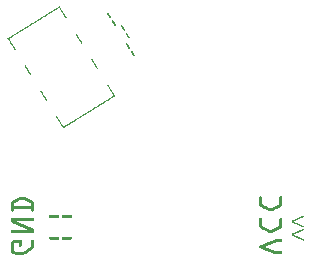
<source format=gbo>
G04 MADE WITH FRITZING*
G04 WWW.FRITZING.ORG*
G04 DOUBLE SIDED*
G04 HOLES PLATED*
G04 CONTOUR ON CENTER OF CONTOUR VECTOR*
%ASAXBY*%
%FSLAX23Y23*%
%MOIN*%
%OFA0B0*%
%SFA1.0B1.0*%
%ADD10R,0.001000X0.001000*%
%LNSILK0*%
G90*
G70*
G54D10*
X670Y1576D02*
X671Y1576D01*
X669Y1575D02*
X672Y1575D01*
X667Y1574D02*
X672Y1574D01*
X666Y1573D02*
X673Y1573D01*
X664Y1572D02*
X674Y1572D01*
X662Y1571D02*
X674Y1571D01*
X661Y1570D02*
X667Y1570D01*
X671Y1570D02*
X675Y1570D01*
X659Y1569D02*
X666Y1569D01*
X672Y1569D02*
X675Y1569D01*
X657Y1568D02*
X664Y1568D01*
X672Y1568D02*
X676Y1568D01*
X656Y1567D02*
X662Y1567D01*
X673Y1567D02*
X677Y1567D01*
X654Y1566D02*
X661Y1566D01*
X674Y1566D02*
X677Y1566D01*
X653Y1565D02*
X659Y1565D01*
X674Y1565D02*
X678Y1565D01*
X651Y1564D02*
X658Y1564D01*
X675Y1564D02*
X678Y1564D01*
X649Y1563D02*
X656Y1563D01*
X675Y1563D02*
X679Y1563D01*
X648Y1562D02*
X654Y1562D01*
X676Y1562D02*
X680Y1562D01*
X646Y1561D02*
X653Y1561D01*
X677Y1561D02*
X680Y1561D01*
X645Y1560D02*
X651Y1560D01*
X677Y1560D02*
X681Y1560D01*
X643Y1559D02*
X650Y1559D01*
X678Y1559D02*
X682Y1559D01*
X641Y1558D02*
X648Y1558D01*
X679Y1558D02*
X682Y1558D01*
X640Y1557D02*
X646Y1557D01*
X679Y1557D02*
X683Y1557D01*
X638Y1556D02*
X645Y1556D01*
X680Y1556D02*
X683Y1556D01*
X636Y1555D02*
X643Y1555D01*
X680Y1555D02*
X684Y1555D01*
X831Y1555D02*
X834Y1555D01*
X635Y1554D02*
X641Y1554D01*
X681Y1554D02*
X685Y1554D01*
X830Y1554D02*
X834Y1554D01*
X633Y1553D02*
X640Y1553D01*
X682Y1553D02*
X685Y1553D01*
X829Y1553D02*
X835Y1553D01*
X632Y1552D02*
X638Y1552D01*
X682Y1552D02*
X686Y1552D01*
X830Y1552D02*
X836Y1552D01*
X630Y1551D02*
X637Y1551D01*
X683Y1551D02*
X687Y1551D01*
X830Y1551D02*
X836Y1551D01*
X628Y1550D02*
X635Y1550D01*
X683Y1550D02*
X687Y1550D01*
X831Y1550D02*
X837Y1550D01*
X627Y1549D02*
X633Y1549D01*
X684Y1549D02*
X688Y1549D01*
X831Y1549D02*
X837Y1549D01*
X625Y1548D02*
X632Y1548D01*
X685Y1548D02*
X688Y1548D01*
X832Y1548D02*
X838Y1548D01*
X624Y1547D02*
X630Y1547D01*
X685Y1547D02*
X689Y1547D01*
X833Y1547D02*
X839Y1547D01*
X622Y1546D02*
X629Y1546D01*
X686Y1546D02*
X690Y1546D01*
X833Y1546D02*
X839Y1546D01*
X620Y1545D02*
X627Y1545D01*
X687Y1545D02*
X690Y1545D01*
X834Y1545D02*
X840Y1545D01*
X619Y1544D02*
X625Y1544D01*
X687Y1544D02*
X691Y1544D01*
X834Y1544D02*
X841Y1544D01*
X617Y1543D02*
X624Y1543D01*
X688Y1543D02*
X691Y1543D01*
X835Y1543D02*
X841Y1543D01*
X615Y1542D02*
X622Y1542D01*
X688Y1542D02*
X692Y1542D01*
X836Y1542D02*
X842Y1542D01*
X614Y1541D02*
X620Y1541D01*
X689Y1541D02*
X693Y1541D01*
X836Y1541D02*
X842Y1541D01*
X612Y1540D02*
X619Y1540D01*
X690Y1540D02*
X693Y1540D01*
X837Y1540D02*
X843Y1540D01*
X611Y1539D02*
X617Y1539D01*
X690Y1539D02*
X694Y1539D01*
X838Y1539D02*
X843Y1539D01*
X609Y1538D02*
X616Y1538D01*
X691Y1538D02*
X694Y1538D01*
X838Y1538D02*
X842Y1538D01*
X607Y1537D02*
X614Y1537D01*
X692Y1537D02*
X693Y1537D01*
X839Y1537D02*
X840Y1537D01*
X606Y1536D02*
X612Y1536D01*
X604Y1535D02*
X611Y1535D01*
X603Y1534D02*
X609Y1534D01*
X601Y1533D02*
X608Y1533D01*
X599Y1532D02*
X606Y1532D01*
X598Y1531D02*
X604Y1531D01*
X596Y1530D02*
X603Y1530D01*
X848Y1530D02*
X849Y1530D01*
X595Y1529D02*
X601Y1529D01*
X846Y1529D02*
X850Y1529D01*
X593Y1528D02*
X599Y1528D01*
X845Y1528D02*
X850Y1528D01*
X591Y1527D02*
X598Y1527D01*
X845Y1527D02*
X851Y1527D01*
X590Y1526D02*
X596Y1526D01*
X846Y1526D02*
X852Y1526D01*
X588Y1525D02*
X595Y1525D01*
X846Y1525D02*
X852Y1525D01*
X586Y1524D02*
X593Y1524D01*
X847Y1524D02*
X853Y1524D01*
X585Y1523D02*
X591Y1523D01*
X847Y1523D02*
X854Y1523D01*
X583Y1522D02*
X590Y1522D01*
X848Y1522D02*
X854Y1522D01*
X582Y1521D02*
X588Y1521D01*
X849Y1521D02*
X855Y1521D01*
X580Y1520D02*
X587Y1520D01*
X849Y1520D02*
X855Y1520D01*
X578Y1519D02*
X585Y1519D01*
X850Y1519D02*
X856Y1519D01*
X577Y1518D02*
X583Y1518D01*
X851Y1518D02*
X857Y1518D01*
X575Y1517D02*
X582Y1517D01*
X851Y1517D02*
X857Y1517D01*
X574Y1516D02*
X580Y1516D01*
X852Y1516D02*
X858Y1516D01*
X572Y1515D02*
X578Y1515D01*
X852Y1515D02*
X858Y1515D01*
X570Y1514D02*
X577Y1514D01*
X853Y1514D02*
X859Y1514D01*
X569Y1513D02*
X575Y1513D01*
X854Y1513D02*
X858Y1513D01*
X877Y1513D02*
X879Y1513D01*
X567Y1512D02*
X574Y1512D01*
X854Y1512D02*
X857Y1512D01*
X877Y1512D02*
X880Y1512D01*
X565Y1511D02*
X572Y1511D01*
X877Y1511D02*
X880Y1511D01*
X564Y1510D02*
X570Y1510D01*
X877Y1510D02*
X881Y1510D01*
X562Y1509D02*
X569Y1509D01*
X878Y1509D02*
X882Y1509D01*
X561Y1508D02*
X567Y1508D01*
X878Y1508D02*
X882Y1508D01*
X559Y1507D02*
X566Y1507D01*
X879Y1507D02*
X883Y1507D01*
X557Y1506D02*
X564Y1506D01*
X880Y1506D02*
X884Y1506D01*
X556Y1505D02*
X562Y1505D01*
X880Y1505D02*
X884Y1505D01*
X554Y1504D02*
X561Y1504D01*
X881Y1504D02*
X885Y1504D01*
X553Y1503D02*
X559Y1503D01*
X881Y1503D02*
X885Y1503D01*
X551Y1502D02*
X558Y1502D01*
X882Y1502D02*
X886Y1502D01*
X549Y1501D02*
X556Y1501D01*
X883Y1501D02*
X887Y1501D01*
X548Y1500D02*
X554Y1500D01*
X883Y1500D02*
X887Y1500D01*
X546Y1499D02*
X553Y1499D01*
X884Y1499D02*
X888Y1499D01*
X544Y1498D02*
X551Y1498D01*
X885Y1498D02*
X888Y1498D01*
X543Y1497D02*
X549Y1497D01*
X885Y1497D02*
X888Y1497D01*
X541Y1496D02*
X548Y1496D01*
X886Y1496D02*
X888Y1496D01*
X540Y1495D02*
X546Y1495D01*
X538Y1494D02*
X545Y1494D01*
X536Y1493D02*
X543Y1493D01*
X535Y1492D02*
X541Y1492D01*
X533Y1491D02*
X540Y1491D01*
X532Y1490D02*
X538Y1490D01*
X530Y1489D02*
X537Y1489D01*
X528Y1488D02*
X535Y1488D01*
X894Y1488D02*
X894Y1488D01*
X527Y1487D02*
X533Y1487D01*
X893Y1487D02*
X895Y1487D01*
X525Y1486D02*
X532Y1486D01*
X727Y1486D02*
X727Y1486D01*
X892Y1486D02*
X896Y1486D01*
X523Y1485D02*
X530Y1485D01*
X726Y1485D02*
X727Y1485D01*
X893Y1485D02*
X897Y1485D01*
X522Y1484D02*
X528Y1484D01*
X724Y1484D02*
X728Y1484D01*
X893Y1484D02*
X897Y1484D01*
X520Y1483D02*
X527Y1483D01*
X725Y1483D02*
X729Y1483D01*
X894Y1483D02*
X898Y1483D01*
X519Y1482D02*
X525Y1482D01*
X726Y1482D02*
X729Y1482D01*
X895Y1482D02*
X898Y1482D01*
X517Y1481D02*
X524Y1481D01*
X726Y1481D02*
X730Y1481D01*
X895Y1481D02*
X899Y1481D01*
X515Y1480D02*
X522Y1480D01*
X727Y1480D02*
X731Y1480D01*
X896Y1480D02*
X900Y1480D01*
X514Y1479D02*
X520Y1479D01*
X727Y1479D02*
X731Y1479D01*
X896Y1479D02*
X900Y1479D01*
X512Y1478D02*
X519Y1478D01*
X728Y1478D02*
X732Y1478D01*
X897Y1478D02*
X901Y1478D01*
X511Y1477D02*
X517Y1477D01*
X729Y1477D02*
X732Y1477D01*
X898Y1477D02*
X902Y1477D01*
X509Y1476D02*
X516Y1476D01*
X729Y1476D02*
X733Y1476D01*
X898Y1476D02*
X902Y1476D01*
X507Y1475D02*
X514Y1475D01*
X730Y1475D02*
X734Y1475D01*
X899Y1475D02*
X903Y1475D01*
X506Y1474D02*
X512Y1474D01*
X731Y1474D02*
X734Y1474D01*
X899Y1474D02*
X903Y1474D01*
X504Y1473D02*
X511Y1473D01*
X731Y1473D02*
X735Y1473D01*
X900Y1473D02*
X904Y1473D01*
X502Y1472D02*
X509Y1472D01*
X732Y1472D02*
X735Y1472D01*
X901Y1472D02*
X904Y1472D01*
X501Y1471D02*
X507Y1471D01*
X732Y1471D02*
X736Y1471D01*
X901Y1471D02*
X904Y1471D01*
X499Y1470D02*
X506Y1470D01*
X733Y1470D02*
X737Y1470D01*
X903Y1470D02*
X903Y1470D01*
X498Y1469D02*
X504Y1469D01*
X734Y1469D02*
X737Y1469D01*
X499Y1468D02*
X503Y1468D01*
X734Y1468D02*
X738Y1468D01*
X500Y1467D02*
X503Y1467D01*
X735Y1467D02*
X739Y1467D01*
X500Y1466D02*
X504Y1466D01*
X735Y1466D02*
X739Y1466D01*
X501Y1465D02*
X505Y1465D01*
X736Y1465D02*
X740Y1465D01*
X502Y1464D02*
X505Y1464D01*
X737Y1464D02*
X740Y1464D01*
X502Y1463D02*
X506Y1463D01*
X737Y1463D02*
X741Y1463D01*
X503Y1462D02*
X507Y1462D01*
X738Y1462D02*
X742Y1462D01*
X503Y1461D02*
X507Y1461D01*
X739Y1461D02*
X742Y1461D01*
X504Y1460D02*
X508Y1460D01*
X739Y1460D02*
X743Y1460D01*
X505Y1459D02*
X508Y1459D01*
X740Y1459D02*
X744Y1459D01*
X505Y1458D02*
X509Y1458D01*
X740Y1458D02*
X744Y1458D01*
X506Y1457D02*
X510Y1457D01*
X741Y1457D02*
X745Y1457D01*
X507Y1456D02*
X510Y1456D01*
X742Y1456D02*
X745Y1456D01*
X507Y1455D02*
X511Y1455D01*
X742Y1455D02*
X746Y1455D01*
X508Y1454D02*
X511Y1454D01*
X743Y1454D02*
X747Y1454D01*
X508Y1453D02*
X512Y1453D01*
X744Y1453D02*
X747Y1453D01*
X894Y1453D02*
X897Y1453D01*
X509Y1452D02*
X513Y1452D01*
X744Y1452D02*
X745Y1452D01*
X893Y1452D02*
X898Y1452D01*
X510Y1451D02*
X513Y1451D01*
X893Y1451D02*
X898Y1451D01*
X510Y1450D02*
X514Y1450D01*
X893Y1450D02*
X899Y1450D01*
X511Y1449D02*
X515Y1449D01*
X893Y1449D02*
X899Y1449D01*
X511Y1448D02*
X515Y1448D01*
X894Y1448D02*
X900Y1448D01*
X512Y1447D02*
X516Y1447D01*
X895Y1447D02*
X901Y1447D01*
X513Y1446D02*
X516Y1446D01*
X895Y1446D02*
X901Y1446D01*
X513Y1445D02*
X517Y1445D01*
X896Y1445D02*
X902Y1445D01*
X514Y1444D02*
X518Y1444D01*
X896Y1444D02*
X902Y1444D01*
X515Y1443D02*
X518Y1443D01*
X897Y1443D02*
X903Y1443D01*
X515Y1442D02*
X519Y1442D01*
X898Y1442D02*
X904Y1442D01*
X516Y1441D02*
X520Y1441D01*
X898Y1441D02*
X904Y1441D01*
X516Y1440D02*
X520Y1440D01*
X899Y1440D02*
X905Y1440D01*
X517Y1439D02*
X521Y1439D01*
X900Y1439D02*
X906Y1439D01*
X518Y1438D02*
X521Y1438D01*
X900Y1438D02*
X906Y1438D01*
X518Y1437D02*
X522Y1437D01*
X901Y1437D02*
X906Y1437D01*
X519Y1436D02*
X523Y1436D01*
X901Y1436D02*
X905Y1436D01*
X520Y1435D02*
X523Y1435D01*
X902Y1435D02*
X903Y1435D01*
X520Y1434D02*
X524Y1434D01*
X521Y1433D02*
X524Y1433D01*
X521Y1432D02*
X523Y1432D01*
X911Y1428D02*
X912Y1428D01*
X909Y1427D02*
X913Y1427D01*
X909Y1426D02*
X914Y1426D01*
X908Y1425D02*
X914Y1425D01*
X909Y1424D02*
X915Y1424D01*
X909Y1423D02*
X916Y1423D01*
X910Y1422D02*
X916Y1422D01*
X911Y1421D02*
X917Y1421D01*
X911Y1420D02*
X917Y1420D01*
X912Y1419D02*
X918Y1419D01*
X913Y1418D02*
X919Y1418D01*
X913Y1417D02*
X919Y1417D01*
X914Y1416D02*
X920Y1416D01*
X914Y1415D02*
X920Y1415D01*
X915Y1414D02*
X921Y1414D01*
X916Y1413D02*
X922Y1413D01*
X916Y1412D02*
X922Y1412D01*
X917Y1411D02*
X921Y1411D01*
X918Y1410D02*
X920Y1410D01*
X778Y1400D02*
X780Y1400D01*
X777Y1399D02*
X781Y1399D01*
X778Y1398D02*
X781Y1398D01*
X778Y1397D02*
X782Y1397D01*
X779Y1396D02*
X783Y1396D01*
X779Y1395D02*
X783Y1395D01*
X780Y1394D02*
X784Y1394D01*
X781Y1393D02*
X784Y1393D01*
X781Y1392D02*
X785Y1392D01*
X782Y1391D02*
X786Y1391D01*
X783Y1390D02*
X786Y1390D01*
X783Y1389D02*
X787Y1389D01*
X784Y1388D02*
X788Y1388D01*
X784Y1387D02*
X788Y1387D01*
X785Y1386D02*
X789Y1386D01*
X786Y1385D02*
X789Y1385D01*
X786Y1384D02*
X790Y1384D01*
X787Y1383D02*
X791Y1383D01*
X788Y1382D02*
X791Y1382D01*
X788Y1381D02*
X792Y1381D01*
X556Y1380D02*
X557Y1380D01*
X789Y1380D02*
X792Y1380D01*
X555Y1379D02*
X558Y1379D01*
X789Y1379D02*
X793Y1379D01*
X555Y1378D02*
X559Y1378D01*
X790Y1378D02*
X794Y1378D01*
X555Y1377D02*
X559Y1377D01*
X791Y1377D02*
X794Y1377D01*
X556Y1376D02*
X560Y1376D01*
X791Y1376D02*
X795Y1376D01*
X557Y1375D02*
X560Y1375D01*
X792Y1375D02*
X796Y1375D01*
X557Y1374D02*
X561Y1374D01*
X792Y1374D02*
X796Y1374D01*
X558Y1373D02*
X562Y1373D01*
X793Y1373D02*
X797Y1373D01*
X559Y1372D02*
X562Y1372D01*
X794Y1372D02*
X797Y1372D01*
X559Y1371D02*
X563Y1371D01*
X794Y1371D02*
X798Y1371D01*
X560Y1370D02*
X563Y1370D01*
X795Y1370D02*
X799Y1370D01*
X560Y1369D02*
X564Y1369D01*
X796Y1369D02*
X799Y1369D01*
X561Y1368D02*
X565Y1368D01*
X796Y1368D02*
X799Y1368D01*
X562Y1367D02*
X565Y1367D01*
X797Y1367D02*
X798Y1367D01*
X562Y1366D02*
X566Y1366D01*
X563Y1365D02*
X567Y1365D01*
X564Y1364D02*
X567Y1364D01*
X564Y1363D02*
X568Y1363D01*
X565Y1362D02*
X568Y1362D01*
X565Y1361D02*
X569Y1361D01*
X566Y1360D02*
X570Y1360D01*
X567Y1359D02*
X570Y1359D01*
X567Y1358D02*
X571Y1358D01*
X568Y1357D02*
X572Y1357D01*
X568Y1356D02*
X572Y1356D01*
X569Y1355D02*
X573Y1355D01*
X570Y1354D02*
X573Y1354D01*
X570Y1353D02*
X574Y1353D01*
X571Y1352D02*
X575Y1352D01*
X572Y1351D02*
X575Y1351D01*
X572Y1350D02*
X576Y1350D01*
X573Y1349D02*
X577Y1349D01*
X573Y1348D02*
X577Y1348D01*
X574Y1347D02*
X576Y1347D01*
X831Y1315D02*
X833Y1315D01*
X830Y1314D02*
X833Y1314D01*
X830Y1313D02*
X834Y1313D01*
X831Y1312D02*
X835Y1312D01*
X832Y1311D02*
X835Y1311D01*
X832Y1310D02*
X836Y1310D01*
X833Y1309D02*
X836Y1309D01*
X833Y1308D02*
X837Y1308D01*
X834Y1307D02*
X838Y1307D01*
X835Y1306D02*
X838Y1306D01*
X835Y1305D02*
X839Y1305D01*
X836Y1304D02*
X840Y1304D01*
X836Y1303D02*
X840Y1303D01*
X837Y1302D02*
X841Y1302D01*
X838Y1301D02*
X841Y1301D01*
X838Y1300D02*
X842Y1300D01*
X839Y1299D02*
X843Y1299D01*
X840Y1298D02*
X843Y1298D01*
X840Y1297D02*
X844Y1297D01*
X841Y1296D02*
X845Y1296D01*
X609Y1295D02*
X610Y1295D01*
X841Y1295D02*
X845Y1295D01*
X607Y1294D02*
X611Y1294D01*
X842Y1294D02*
X846Y1294D01*
X607Y1293D02*
X611Y1293D01*
X843Y1293D02*
X846Y1293D01*
X608Y1292D02*
X612Y1292D01*
X843Y1292D02*
X847Y1292D01*
X609Y1291D02*
X612Y1291D01*
X844Y1291D02*
X848Y1291D01*
X609Y1290D02*
X613Y1290D01*
X845Y1290D02*
X848Y1290D01*
X610Y1289D02*
X614Y1289D01*
X845Y1289D02*
X849Y1289D01*
X611Y1288D02*
X614Y1288D01*
X846Y1288D02*
X849Y1288D01*
X611Y1287D02*
X615Y1287D01*
X846Y1287D02*
X850Y1287D01*
X612Y1286D02*
X616Y1286D01*
X847Y1286D02*
X851Y1286D01*
X612Y1285D02*
X616Y1285D01*
X848Y1285D02*
X851Y1285D01*
X613Y1284D02*
X617Y1284D01*
X848Y1284D02*
X852Y1284D01*
X614Y1283D02*
X617Y1283D01*
X849Y1283D02*
X853Y1283D01*
X614Y1282D02*
X618Y1282D01*
X849Y1282D02*
X853Y1282D01*
X615Y1281D02*
X619Y1281D01*
X850Y1281D02*
X854Y1281D01*
X616Y1280D02*
X619Y1280D01*
X851Y1280D02*
X854Y1280D01*
X616Y1279D02*
X620Y1279D01*
X851Y1279D02*
X855Y1279D01*
X617Y1278D02*
X620Y1278D01*
X851Y1278D02*
X856Y1278D01*
X617Y1277D02*
X621Y1277D01*
X850Y1277D02*
X856Y1277D01*
X618Y1276D02*
X622Y1276D01*
X848Y1276D02*
X855Y1276D01*
X619Y1275D02*
X622Y1275D01*
X846Y1275D02*
X853Y1275D01*
X619Y1274D02*
X623Y1274D01*
X845Y1274D02*
X851Y1274D01*
X620Y1273D02*
X624Y1273D01*
X843Y1273D02*
X850Y1273D01*
X621Y1272D02*
X624Y1272D01*
X842Y1272D02*
X848Y1272D01*
X621Y1271D02*
X625Y1271D01*
X840Y1271D02*
X847Y1271D01*
X622Y1270D02*
X625Y1270D01*
X838Y1270D02*
X845Y1270D01*
X622Y1269D02*
X626Y1269D01*
X837Y1269D02*
X843Y1269D01*
X623Y1268D02*
X627Y1268D01*
X835Y1268D02*
X842Y1268D01*
X624Y1267D02*
X627Y1267D01*
X834Y1267D02*
X840Y1267D01*
X624Y1266D02*
X628Y1266D01*
X832Y1266D02*
X838Y1266D01*
X625Y1265D02*
X629Y1265D01*
X830Y1265D02*
X837Y1265D01*
X625Y1264D02*
X629Y1264D01*
X829Y1264D02*
X835Y1264D01*
X626Y1263D02*
X630Y1263D01*
X827Y1263D02*
X834Y1263D01*
X627Y1262D02*
X628Y1262D01*
X825Y1262D02*
X832Y1262D01*
X627Y1261D02*
X627Y1261D01*
X824Y1261D02*
X830Y1261D01*
X822Y1260D02*
X829Y1260D01*
X821Y1259D02*
X827Y1259D01*
X819Y1258D02*
X826Y1258D01*
X817Y1257D02*
X824Y1257D01*
X816Y1256D02*
X822Y1256D01*
X814Y1255D02*
X821Y1255D01*
X813Y1254D02*
X819Y1254D01*
X811Y1253D02*
X818Y1253D01*
X809Y1252D02*
X816Y1252D01*
X808Y1251D02*
X814Y1251D01*
X806Y1250D02*
X813Y1250D01*
X804Y1249D02*
X811Y1249D01*
X803Y1248D02*
X809Y1248D01*
X801Y1247D02*
X808Y1247D01*
X800Y1246D02*
X806Y1246D01*
X798Y1245D02*
X805Y1245D01*
X796Y1244D02*
X803Y1244D01*
X795Y1243D02*
X801Y1243D01*
X793Y1242D02*
X800Y1242D01*
X792Y1241D02*
X798Y1241D01*
X790Y1240D02*
X797Y1240D01*
X788Y1239D02*
X795Y1239D01*
X787Y1238D02*
X793Y1238D01*
X785Y1237D02*
X792Y1237D01*
X783Y1236D02*
X790Y1236D01*
X782Y1235D02*
X788Y1235D01*
X780Y1234D02*
X787Y1234D01*
X779Y1233D02*
X785Y1233D01*
X777Y1232D02*
X784Y1232D01*
X775Y1231D02*
X782Y1231D01*
X774Y1230D02*
X780Y1230D01*
X772Y1229D02*
X779Y1229D01*
X771Y1228D02*
X777Y1228D01*
X769Y1227D02*
X776Y1227D01*
X767Y1226D02*
X774Y1226D01*
X766Y1225D02*
X772Y1225D01*
X764Y1224D02*
X771Y1224D01*
X762Y1223D02*
X769Y1223D01*
X761Y1222D02*
X767Y1222D01*
X759Y1221D02*
X766Y1221D01*
X758Y1220D02*
X764Y1220D01*
X756Y1219D02*
X763Y1219D01*
X754Y1218D02*
X761Y1218D01*
X753Y1217D02*
X759Y1217D01*
X751Y1216D02*
X758Y1216D01*
X750Y1215D02*
X756Y1215D01*
X748Y1214D02*
X755Y1214D01*
X746Y1213D02*
X753Y1213D01*
X745Y1212D02*
X751Y1212D01*
X743Y1211D02*
X750Y1211D01*
X661Y1210D02*
X663Y1210D01*
X741Y1210D02*
X748Y1210D01*
X660Y1209D02*
X663Y1209D01*
X740Y1209D02*
X746Y1209D01*
X660Y1208D02*
X664Y1208D01*
X738Y1208D02*
X745Y1208D01*
X661Y1207D02*
X664Y1207D01*
X737Y1207D02*
X743Y1207D01*
X661Y1206D02*
X665Y1206D01*
X735Y1206D02*
X742Y1206D01*
X662Y1205D02*
X666Y1205D01*
X733Y1205D02*
X740Y1205D01*
X663Y1204D02*
X666Y1204D01*
X732Y1204D02*
X738Y1204D01*
X663Y1203D02*
X667Y1203D01*
X730Y1203D02*
X737Y1203D01*
X664Y1202D02*
X668Y1202D01*
X729Y1202D02*
X735Y1202D01*
X664Y1201D02*
X668Y1201D01*
X727Y1201D02*
X734Y1201D01*
X665Y1200D02*
X669Y1200D01*
X725Y1200D02*
X732Y1200D01*
X666Y1199D02*
X669Y1199D01*
X724Y1199D02*
X730Y1199D01*
X666Y1198D02*
X670Y1198D01*
X722Y1198D02*
X729Y1198D01*
X667Y1197D02*
X671Y1197D01*
X720Y1197D02*
X727Y1197D01*
X668Y1196D02*
X671Y1196D01*
X719Y1196D02*
X725Y1196D01*
X668Y1195D02*
X672Y1195D01*
X717Y1195D02*
X724Y1195D01*
X669Y1194D02*
X673Y1194D01*
X716Y1194D02*
X722Y1194D01*
X669Y1193D02*
X673Y1193D01*
X714Y1193D02*
X721Y1193D01*
X670Y1192D02*
X674Y1192D01*
X712Y1192D02*
X719Y1192D01*
X671Y1191D02*
X674Y1191D01*
X711Y1191D02*
X717Y1191D01*
X671Y1190D02*
X675Y1190D01*
X709Y1190D02*
X716Y1190D01*
X672Y1189D02*
X676Y1189D01*
X708Y1189D02*
X714Y1189D01*
X673Y1188D02*
X676Y1188D01*
X706Y1188D02*
X713Y1188D01*
X673Y1187D02*
X677Y1187D01*
X704Y1187D02*
X711Y1187D01*
X674Y1186D02*
X677Y1186D01*
X703Y1186D02*
X709Y1186D01*
X674Y1185D02*
X678Y1185D01*
X701Y1185D02*
X708Y1185D01*
X675Y1184D02*
X679Y1184D01*
X699Y1184D02*
X706Y1184D01*
X676Y1183D02*
X679Y1183D01*
X698Y1183D02*
X704Y1183D01*
X676Y1182D02*
X680Y1182D01*
X696Y1182D02*
X703Y1182D01*
X677Y1181D02*
X681Y1181D01*
X695Y1181D02*
X701Y1181D01*
X677Y1180D02*
X681Y1180D01*
X693Y1180D02*
X700Y1180D01*
X678Y1179D02*
X682Y1179D01*
X691Y1179D02*
X698Y1179D01*
X679Y1178D02*
X682Y1178D01*
X690Y1178D02*
X696Y1178D01*
X679Y1177D02*
X683Y1177D01*
X688Y1177D02*
X695Y1177D01*
X680Y1176D02*
X684Y1176D01*
X687Y1176D02*
X693Y1176D01*
X681Y1175D02*
X692Y1175D01*
X681Y1174D02*
X690Y1174D01*
X682Y1173D02*
X688Y1173D01*
X682Y1172D02*
X687Y1172D01*
X683Y1171D02*
X685Y1171D01*
X1339Y943D02*
X1343Y943D01*
X1407Y943D02*
X1411Y943D01*
X544Y942D02*
X551Y942D01*
X1338Y942D02*
X1344Y942D01*
X1406Y942D02*
X1412Y942D01*
X540Y941D02*
X555Y941D01*
X1337Y941D02*
X1345Y941D01*
X1405Y941D02*
X1413Y941D01*
X538Y940D02*
X557Y940D01*
X1337Y940D02*
X1345Y940D01*
X1405Y940D02*
X1413Y940D01*
X536Y939D02*
X559Y939D01*
X1337Y939D02*
X1345Y939D01*
X1404Y939D02*
X1413Y939D01*
X534Y938D02*
X561Y938D01*
X1336Y938D02*
X1346Y938D01*
X1404Y938D02*
X1413Y938D01*
X532Y937D02*
X563Y937D01*
X1336Y937D02*
X1346Y937D01*
X1404Y937D02*
X1413Y937D01*
X530Y936D02*
X565Y936D01*
X1336Y936D02*
X1346Y936D01*
X1404Y936D02*
X1413Y936D01*
X528Y935D02*
X567Y935D01*
X1336Y935D02*
X1346Y935D01*
X1404Y935D02*
X1413Y935D01*
X526Y934D02*
X569Y934D01*
X1336Y934D02*
X1346Y934D01*
X1404Y934D02*
X1413Y934D01*
X524Y933D02*
X571Y933D01*
X1336Y933D02*
X1346Y933D01*
X1404Y933D02*
X1413Y933D01*
X522Y932D02*
X544Y932D01*
X551Y932D02*
X573Y932D01*
X1336Y932D02*
X1346Y932D01*
X1404Y932D02*
X1413Y932D01*
X520Y931D02*
X541Y931D01*
X554Y931D02*
X575Y931D01*
X1336Y931D02*
X1346Y931D01*
X1404Y931D02*
X1413Y931D01*
X518Y930D02*
X539Y930D01*
X556Y930D02*
X577Y930D01*
X1336Y930D02*
X1346Y930D01*
X1404Y930D02*
X1413Y930D01*
X516Y929D02*
X537Y929D01*
X558Y929D02*
X579Y929D01*
X1336Y929D02*
X1346Y929D01*
X1404Y929D02*
X1413Y929D01*
X514Y928D02*
X535Y928D01*
X560Y928D02*
X580Y928D01*
X1336Y928D02*
X1346Y928D01*
X1404Y928D02*
X1413Y928D01*
X513Y927D02*
X533Y927D01*
X562Y927D02*
X581Y927D01*
X1336Y927D02*
X1346Y927D01*
X1404Y927D02*
X1413Y927D01*
X512Y926D02*
X531Y926D01*
X564Y926D02*
X582Y926D01*
X1336Y926D02*
X1346Y926D01*
X1404Y926D02*
X1413Y926D01*
X512Y925D02*
X529Y925D01*
X566Y925D02*
X583Y925D01*
X1336Y925D02*
X1346Y925D01*
X1404Y925D02*
X1413Y925D01*
X511Y924D02*
X527Y924D01*
X568Y924D02*
X584Y924D01*
X1336Y924D02*
X1346Y924D01*
X1404Y924D02*
X1413Y924D01*
X511Y923D02*
X526Y923D01*
X570Y923D02*
X584Y923D01*
X1336Y923D02*
X1346Y923D01*
X1404Y923D02*
X1413Y923D01*
X510Y922D02*
X524Y922D01*
X571Y922D02*
X585Y922D01*
X1336Y922D02*
X1346Y922D01*
X1404Y922D02*
X1413Y922D01*
X510Y921D02*
X522Y921D01*
X573Y921D02*
X585Y921D01*
X1336Y921D02*
X1346Y921D01*
X1404Y921D02*
X1413Y921D01*
X509Y920D02*
X520Y920D01*
X575Y920D02*
X586Y920D01*
X1336Y920D02*
X1346Y920D01*
X1404Y920D02*
X1413Y920D01*
X509Y919D02*
X519Y919D01*
X576Y919D02*
X586Y919D01*
X1336Y919D02*
X1346Y919D01*
X1404Y919D02*
X1413Y919D01*
X509Y918D02*
X518Y918D01*
X577Y918D02*
X586Y918D01*
X1337Y918D02*
X1346Y918D01*
X1404Y918D02*
X1413Y918D01*
X509Y917D02*
X518Y917D01*
X577Y917D02*
X586Y917D01*
X1337Y917D02*
X1346Y917D01*
X1403Y917D02*
X1413Y917D01*
X509Y916D02*
X518Y916D01*
X577Y916D02*
X586Y916D01*
X1337Y916D02*
X1348Y916D01*
X1402Y916D02*
X1413Y916D01*
X509Y915D02*
X518Y915D01*
X577Y915D02*
X586Y915D01*
X1337Y915D02*
X1349Y915D01*
X1400Y915D02*
X1413Y915D01*
X509Y914D02*
X518Y914D01*
X577Y914D02*
X586Y914D01*
X1338Y914D02*
X1351Y914D01*
X1398Y914D02*
X1412Y914D01*
X509Y913D02*
X518Y913D01*
X577Y913D02*
X586Y913D01*
X1338Y913D02*
X1353Y913D01*
X1397Y913D02*
X1412Y913D01*
X509Y912D02*
X586Y912D01*
X1339Y912D02*
X1355Y912D01*
X1395Y912D02*
X1411Y912D01*
X509Y911D02*
X586Y911D01*
X1340Y911D02*
X1357Y911D01*
X1393Y911D02*
X1411Y911D01*
X509Y910D02*
X586Y910D01*
X1340Y910D02*
X1359Y910D01*
X1391Y910D02*
X1410Y910D01*
X509Y909D02*
X586Y909D01*
X1341Y909D02*
X1361Y909D01*
X1389Y909D02*
X1409Y909D01*
X509Y908D02*
X586Y908D01*
X1342Y908D02*
X1363Y908D01*
X1387Y908D02*
X1408Y908D01*
X509Y907D02*
X586Y907D01*
X1344Y907D02*
X1365Y907D01*
X1385Y907D02*
X1406Y907D01*
X509Y906D02*
X586Y906D01*
X1346Y906D02*
X1367Y906D01*
X1383Y906D02*
X1404Y906D01*
X509Y905D02*
X586Y905D01*
X1348Y905D02*
X1369Y905D01*
X1381Y905D02*
X1402Y905D01*
X509Y904D02*
X586Y904D01*
X1350Y904D02*
X1374Y904D01*
X1376Y904D02*
X1400Y904D01*
X509Y903D02*
X586Y903D01*
X1351Y903D02*
X1398Y903D01*
X509Y902D02*
X518Y902D01*
X577Y902D02*
X586Y902D01*
X1353Y902D02*
X1396Y902D01*
X509Y901D02*
X518Y901D01*
X577Y901D02*
X586Y901D01*
X1355Y901D02*
X1394Y901D01*
X509Y900D02*
X518Y900D01*
X577Y900D02*
X586Y900D01*
X1357Y900D02*
X1392Y900D01*
X509Y899D02*
X518Y899D01*
X577Y899D02*
X586Y899D01*
X1359Y899D02*
X1390Y899D01*
X509Y898D02*
X518Y898D01*
X577Y898D02*
X586Y898D01*
X1361Y898D02*
X1388Y898D01*
X509Y897D02*
X518Y897D01*
X577Y897D02*
X586Y897D01*
X1364Y897D02*
X1386Y897D01*
X509Y896D02*
X518Y896D01*
X577Y896D02*
X586Y896D01*
X1366Y896D02*
X1384Y896D01*
X510Y895D02*
X517Y895D01*
X578Y895D02*
X585Y895D01*
X1368Y895D02*
X1382Y895D01*
X511Y894D02*
X516Y894D01*
X579Y894D02*
X584Y894D01*
X1373Y894D02*
X1377Y894D01*
X513Y893D02*
X515Y893D01*
X580Y893D02*
X583Y893D01*
X639Y880D02*
X669Y880D01*
X680Y880D02*
X710Y880D01*
X638Y879D02*
X669Y879D01*
X680Y879D02*
X711Y879D01*
X637Y878D02*
X669Y878D01*
X680Y878D02*
X712Y878D01*
X1483Y878D02*
X1484Y878D01*
X636Y877D02*
X669Y877D01*
X680Y877D02*
X713Y877D01*
X1480Y877D02*
X1484Y877D01*
X636Y876D02*
X669Y876D01*
X680Y876D02*
X713Y876D01*
X1478Y876D02*
X1484Y876D01*
X636Y875D02*
X669Y875D01*
X680Y875D02*
X713Y875D01*
X1476Y875D02*
X1484Y875D01*
X636Y874D02*
X669Y874D01*
X680Y874D02*
X713Y874D01*
X1474Y874D02*
X1484Y874D01*
X637Y873D02*
X669Y873D01*
X680Y873D02*
X712Y873D01*
X1471Y873D02*
X1482Y873D01*
X637Y872D02*
X669Y872D01*
X680Y872D02*
X712Y872D01*
X1469Y872D02*
X1480Y872D01*
X639Y871D02*
X669Y871D01*
X680Y871D02*
X710Y871D01*
X1339Y871D02*
X1343Y871D01*
X1407Y871D02*
X1411Y871D01*
X1467Y871D02*
X1478Y871D01*
X509Y870D02*
X583Y870D01*
X1338Y870D02*
X1344Y870D01*
X1406Y870D02*
X1412Y870D01*
X1464Y870D02*
X1475Y870D01*
X509Y869D02*
X584Y869D01*
X1337Y869D02*
X1345Y869D01*
X1405Y869D02*
X1413Y869D01*
X1462Y869D02*
X1473Y869D01*
X509Y868D02*
X585Y868D01*
X1337Y868D02*
X1345Y868D01*
X1405Y868D02*
X1413Y868D01*
X1460Y868D02*
X1471Y868D01*
X509Y867D02*
X586Y867D01*
X1337Y867D02*
X1345Y867D01*
X1404Y867D02*
X1413Y867D01*
X1457Y867D02*
X1469Y867D01*
X509Y866D02*
X586Y866D01*
X1336Y866D02*
X1346Y866D01*
X1404Y866D02*
X1413Y866D01*
X1455Y866D02*
X1466Y866D01*
X509Y865D02*
X586Y865D01*
X1336Y865D02*
X1346Y865D01*
X1404Y865D02*
X1413Y865D01*
X1453Y865D02*
X1464Y865D01*
X509Y864D02*
X586Y864D01*
X1336Y864D02*
X1346Y864D01*
X1404Y864D02*
X1413Y864D01*
X1451Y864D02*
X1462Y864D01*
X509Y863D02*
X585Y863D01*
X1336Y863D02*
X1346Y863D01*
X1404Y863D02*
X1413Y863D01*
X1448Y863D02*
X1460Y863D01*
X509Y862D02*
X585Y862D01*
X1336Y862D02*
X1346Y862D01*
X1404Y862D02*
X1413Y862D01*
X1446Y862D02*
X1457Y862D01*
X509Y861D02*
X583Y861D01*
X1336Y861D02*
X1346Y861D01*
X1404Y861D02*
X1413Y861D01*
X1445Y861D02*
X1455Y861D01*
X509Y860D02*
X527Y860D01*
X1336Y860D02*
X1346Y860D01*
X1404Y860D02*
X1413Y860D01*
X1445Y860D02*
X1453Y860D01*
X509Y859D02*
X529Y859D01*
X1336Y859D02*
X1346Y859D01*
X1404Y859D02*
X1413Y859D01*
X1445Y859D02*
X1451Y859D01*
X509Y858D02*
X531Y858D01*
X1336Y858D02*
X1346Y858D01*
X1404Y858D02*
X1413Y858D01*
X1445Y858D02*
X1452Y858D01*
X509Y857D02*
X534Y857D01*
X1336Y857D02*
X1346Y857D01*
X1404Y857D02*
X1413Y857D01*
X1445Y857D02*
X1455Y857D01*
X512Y856D02*
X536Y856D01*
X1336Y856D02*
X1346Y856D01*
X1404Y856D02*
X1413Y856D01*
X1446Y856D02*
X1457Y856D01*
X514Y855D02*
X538Y855D01*
X1336Y855D02*
X1346Y855D01*
X1404Y855D02*
X1413Y855D01*
X1449Y855D02*
X1459Y855D01*
X516Y854D02*
X540Y854D01*
X1336Y854D02*
X1346Y854D01*
X1404Y854D02*
X1413Y854D01*
X1451Y854D02*
X1462Y854D01*
X518Y853D02*
X543Y853D01*
X1336Y853D02*
X1346Y853D01*
X1404Y853D02*
X1413Y853D01*
X1453Y853D02*
X1464Y853D01*
X521Y852D02*
X545Y852D01*
X1336Y852D02*
X1346Y852D01*
X1404Y852D02*
X1413Y852D01*
X1455Y852D02*
X1466Y852D01*
X523Y851D02*
X547Y851D01*
X1336Y851D02*
X1346Y851D01*
X1404Y851D02*
X1413Y851D01*
X1458Y851D02*
X1469Y851D01*
X525Y850D02*
X550Y850D01*
X1336Y850D02*
X1346Y850D01*
X1404Y850D02*
X1413Y850D01*
X1460Y850D02*
X1471Y850D01*
X528Y849D02*
X552Y849D01*
X1336Y849D02*
X1346Y849D01*
X1404Y849D02*
X1413Y849D01*
X1462Y849D02*
X1473Y849D01*
X530Y848D02*
X554Y848D01*
X1336Y848D02*
X1346Y848D01*
X1404Y848D02*
X1413Y848D01*
X1465Y848D02*
X1476Y848D01*
X532Y847D02*
X556Y847D01*
X1336Y847D02*
X1346Y847D01*
X1404Y847D02*
X1413Y847D01*
X1467Y847D02*
X1478Y847D01*
X534Y846D02*
X559Y846D01*
X1337Y846D02*
X1346Y846D01*
X1404Y846D02*
X1413Y846D01*
X1469Y846D02*
X1480Y846D01*
X537Y845D02*
X561Y845D01*
X1337Y845D02*
X1347Y845D01*
X1403Y845D02*
X1413Y845D01*
X1471Y845D02*
X1483Y845D01*
X539Y844D02*
X563Y844D01*
X1337Y844D02*
X1348Y844D01*
X1402Y844D02*
X1413Y844D01*
X1474Y844D02*
X1484Y844D01*
X541Y843D02*
X566Y843D01*
X1337Y843D02*
X1349Y843D01*
X1400Y843D02*
X1413Y843D01*
X1476Y843D02*
X1484Y843D01*
X544Y842D02*
X568Y842D01*
X1338Y842D02*
X1351Y842D01*
X1398Y842D02*
X1412Y842D01*
X1478Y842D02*
X1484Y842D01*
X546Y841D02*
X570Y841D01*
X1338Y841D02*
X1353Y841D01*
X1396Y841D02*
X1412Y841D01*
X1481Y841D02*
X1484Y841D01*
X548Y840D02*
X572Y840D01*
X1339Y840D02*
X1355Y840D01*
X1394Y840D02*
X1411Y840D01*
X1483Y840D02*
X1484Y840D01*
X550Y839D02*
X575Y839D01*
X1340Y839D02*
X1357Y839D01*
X1393Y839D02*
X1411Y839D01*
X553Y838D02*
X577Y838D01*
X1340Y838D02*
X1359Y838D01*
X1391Y838D02*
X1410Y838D01*
X555Y837D02*
X579Y837D01*
X1341Y837D02*
X1361Y837D01*
X1389Y837D02*
X1409Y837D01*
X557Y836D02*
X582Y836D01*
X1342Y836D02*
X1363Y836D01*
X1387Y836D02*
X1408Y836D01*
X559Y835D02*
X584Y835D01*
X1344Y835D02*
X1365Y835D01*
X1385Y835D02*
X1406Y835D01*
X562Y834D02*
X586Y834D01*
X1346Y834D02*
X1367Y834D01*
X1383Y834D02*
X1404Y834D01*
X1483Y834D02*
X1484Y834D01*
X564Y833D02*
X586Y833D01*
X1348Y833D02*
X1369Y833D01*
X1380Y833D02*
X1402Y833D01*
X1480Y833D02*
X1484Y833D01*
X566Y832D02*
X586Y832D01*
X1350Y832D02*
X1374Y832D01*
X1376Y832D02*
X1400Y832D01*
X1478Y832D02*
X1484Y832D01*
X568Y831D02*
X586Y831D01*
X1352Y831D02*
X1398Y831D01*
X1476Y831D02*
X1484Y831D01*
X512Y830D02*
X586Y830D01*
X1353Y830D02*
X1396Y830D01*
X1474Y830D02*
X1484Y830D01*
X510Y829D02*
X586Y829D01*
X1355Y829D02*
X1394Y829D01*
X1471Y829D02*
X1482Y829D01*
X510Y828D02*
X586Y828D01*
X1357Y828D02*
X1392Y828D01*
X1469Y828D02*
X1480Y828D01*
X509Y827D02*
X586Y827D01*
X1359Y827D02*
X1390Y827D01*
X1467Y827D02*
X1478Y827D01*
X509Y826D02*
X586Y826D01*
X1362Y826D02*
X1388Y826D01*
X1464Y826D02*
X1475Y826D01*
X509Y825D02*
X586Y825D01*
X1364Y825D02*
X1386Y825D01*
X1462Y825D02*
X1473Y825D01*
X509Y824D02*
X586Y824D01*
X1366Y824D02*
X1384Y824D01*
X1460Y824D02*
X1471Y824D01*
X510Y823D02*
X586Y823D01*
X1368Y823D02*
X1381Y823D01*
X1457Y823D02*
X1469Y823D01*
X511Y822D02*
X586Y822D01*
X1373Y822D02*
X1376Y822D01*
X1455Y822D02*
X1466Y822D01*
X513Y821D02*
X586Y821D01*
X1453Y821D02*
X1464Y821D01*
X1450Y820D02*
X1462Y820D01*
X1448Y819D02*
X1460Y819D01*
X1446Y818D02*
X1457Y818D01*
X1445Y817D02*
X1455Y817D01*
X1445Y816D02*
X1453Y816D01*
X1445Y815D02*
X1451Y815D01*
X1445Y814D02*
X1452Y814D01*
X1445Y813D02*
X1455Y813D01*
X1446Y812D02*
X1457Y812D01*
X1449Y811D02*
X1459Y811D01*
X1451Y810D02*
X1462Y810D01*
X1453Y809D02*
X1464Y809D01*
X639Y808D02*
X669Y808D01*
X680Y808D02*
X710Y808D01*
X1455Y808D02*
X1466Y808D01*
X638Y807D02*
X669Y807D01*
X680Y807D02*
X711Y807D01*
X1458Y807D02*
X1469Y807D01*
X637Y806D02*
X669Y806D01*
X680Y806D02*
X712Y806D01*
X1460Y806D02*
X1471Y806D01*
X636Y805D02*
X669Y805D01*
X680Y805D02*
X713Y805D01*
X1462Y805D02*
X1473Y805D01*
X636Y804D02*
X669Y804D01*
X680Y804D02*
X713Y804D01*
X1465Y804D02*
X1476Y804D01*
X636Y803D02*
X669Y803D01*
X680Y803D02*
X713Y803D01*
X1467Y803D02*
X1478Y803D01*
X636Y802D02*
X669Y802D01*
X680Y802D02*
X713Y802D01*
X1469Y802D02*
X1480Y802D01*
X637Y801D02*
X669Y801D01*
X680Y801D02*
X712Y801D01*
X1471Y801D02*
X1483Y801D01*
X637Y800D02*
X669Y800D01*
X680Y800D02*
X712Y800D01*
X1474Y800D02*
X1484Y800D01*
X639Y799D02*
X669Y799D01*
X680Y799D02*
X710Y799D01*
X1390Y799D02*
X1411Y799D01*
X1476Y799D02*
X1484Y799D01*
X520Y798D02*
X544Y798D01*
X580Y798D02*
X583Y798D01*
X1387Y798D02*
X1412Y798D01*
X1478Y798D02*
X1484Y798D01*
X518Y797D02*
X544Y797D01*
X578Y797D02*
X584Y797D01*
X1385Y797D02*
X1413Y797D01*
X1481Y797D02*
X1484Y797D01*
X516Y796D02*
X544Y796D01*
X578Y796D02*
X585Y796D01*
X1382Y796D02*
X1413Y796D01*
X1483Y796D02*
X1484Y796D01*
X515Y795D02*
X544Y795D01*
X577Y795D02*
X586Y795D01*
X1379Y795D02*
X1413Y795D01*
X514Y794D02*
X544Y794D01*
X577Y794D02*
X586Y794D01*
X1377Y794D02*
X1413Y794D01*
X513Y793D02*
X544Y793D01*
X577Y793D02*
X586Y793D01*
X1374Y793D02*
X1413Y793D01*
X512Y792D02*
X544Y792D01*
X577Y792D02*
X586Y792D01*
X1372Y792D02*
X1413Y792D01*
X511Y791D02*
X544Y791D01*
X577Y791D02*
X586Y791D01*
X1369Y791D02*
X1412Y791D01*
X511Y790D02*
X544Y790D01*
X577Y790D02*
X586Y790D01*
X1367Y790D02*
X1410Y790D01*
X510Y789D02*
X544Y789D01*
X577Y789D02*
X586Y789D01*
X1364Y789D02*
X1391Y789D01*
X510Y788D02*
X521Y788D01*
X535Y788D02*
X544Y788D01*
X577Y788D02*
X586Y788D01*
X1361Y788D02*
X1388Y788D01*
X510Y787D02*
X520Y787D01*
X535Y787D02*
X544Y787D01*
X577Y787D02*
X586Y787D01*
X1359Y787D02*
X1386Y787D01*
X509Y786D02*
X519Y786D01*
X535Y786D02*
X544Y786D01*
X577Y786D02*
X586Y786D01*
X1356Y786D02*
X1383Y786D01*
X509Y785D02*
X518Y785D01*
X535Y785D02*
X544Y785D01*
X577Y785D02*
X586Y785D01*
X1354Y785D02*
X1381Y785D01*
X509Y784D02*
X518Y784D01*
X535Y784D02*
X544Y784D01*
X577Y784D02*
X586Y784D01*
X1351Y784D02*
X1378Y784D01*
X509Y783D02*
X518Y783D01*
X535Y783D02*
X544Y783D01*
X577Y783D02*
X586Y783D01*
X1349Y783D02*
X1375Y783D01*
X509Y782D02*
X518Y782D01*
X535Y782D02*
X544Y782D01*
X577Y782D02*
X586Y782D01*
X1346Y782D02*
X1373Y782D01*
X509Y781D02*
X518Y781D01*
X535Y781D02*
X544Y781D01*
X577Y781D02*
X586Y781D01*
X1343Y781D02*
X1370Y781D01*
X509Y780D02*
X518Y780D01*
X535Y780D02*
X544Y780D01*
X577Y780D02*
X586Y780D01*
X1341Y780D02*
X1368Y780D01*
X509Y779D02*
X518Y779D01*
X535Y779D02*
X544Y779D01*
X577Y779D02*
X586Y779D01*
X1339Y779D02*
X1365Y779D01*
X509Y778D02*
X518Y778D01*
X535Y778D02*
X544Y778D01*
X577Y778D02*
X586Y778D01*
X1338Y778D02*
X1363Y778D01*
X509Y777D02*
X518Y777D01*
X535Y777D02*
X543Y777D01*
X577Y777D02*
X586Y777D01*
X1337Y777D02*
X1360Y777D01*
X509Y776D02*
X518Y776D01*
X535Y776D02*
X543Y776D01*
X576Y776D02*
X586Y776D01*
X1337Y776D02*
X1358Y776D01*
X509Y775D02*
X518Y775D01*
X536Y775D02*
X542Y775D01*
X575Y775D02*
X586Y775D01*
X1336Y775D02*
X1355Y775D01*
X509Y774D02*
X518Y774D01*
X538Y774D02*
X541Y774D01*
X574Y774D02*
X585Y774D01*
X1337Y774D02*
X1357Y774D01*
X509Y773D02*
X518Y773D01*
X573Y773D02*
X585Y773D01*
X1337Y773D02*
X1359Y773D01*
X509Y772D02*
X518Y772D01*
X572Y772D02*
X585Y772D01*
X1337Y772D02*
X1362Y772D01*
X509Y771D02*
X518Y771D01*
X570Y771D02*
X584Y771D01*
X1338Y771D02*
X1364Y771D01*
X509Y770D02*
X518Y770D01*
X569Y770D02*
X583Y770D01*
X1340Y770D02*
X1367Y770D01*
X509Y769D02*
X518Y769D01*
X568Y769D02*
X583Y769D01*
X1342Y769D02*
X1369Y769D01*
X509Y768D02*
X518Y768D01*
X567Y768D02*
X582Y768D01*
X1345Y768D02*
X1372Y768D01*
X509Y767D02*
X518Y767D01*
X565Y767D02*
X581Y767D01*
X1347Y767D02*
X1374Y767D01*
X509Y766D02*
X518Y766D01*
X564Y766D02*
X579Y766D01*
X1350Y766D02*
X1377Y766D01*
X509Y765D02*
X518Y765D01*
X563Y765D02*
X578Y765D01*
X1352Y765D02*
X1380Y765D01*
X509Y764D02*
X518Y764D01*
X561Y764D02*
X577Y764D01*
X1355Y764D02*
X1382Y764D01*
X509Y763D02*
X518Y763D01*
X560Y763D02*
X576Y763D01*
X1358Y763D02*
X1385Y763D01*
X509Y762D02*
X519Y762D01*
X559Y762D02*
X574Y762D01*
X1360Y762D02*
X1387Y762D01*
X509Y761D02*
X519Y761D01*
X558Y761D02*
X573Y761D01*
X1363Y761D02*
X1390Y761D01*
X510Y760D02*
X520Y760D01*
X556Y760D02*
X572Y760D01*
X1365Y760D02*
X1408Y760D01*
X510Y759D02*
X523Y759D01*
X553Y759D02*
X570Y759D01*
X1368Y759D02*
X1411Y759D01*
X510Y758D02*
X569Y758D01*
X1371Y758D02*
X1412Y758D01*
X511Y757D02*
X568Y757D01*
X1373Y757D02*
X1413Y757D01*
X511Y756D02*
X567Y756D01*
X1376Y756D02*
X1413Y756D01*
X512Y755D02*
X565Y755D01*
X1378Y755D02*
X1413Y755D01*
X513Y754D02*
X564Y754D01*
X1381Y754D02*
X1413Y754D01*
X514Y753D02*
X563Y753D01*
X1383Y753D02*
X1413Y753D01*
X515Y752D02*
X561Y752D01*
X1386Y752D02*
X1412Y752D01*
X516Y751D02*
X559Y751D01*
X1389Y751D02*
X1411Y751D01*
X518Y750D02*
X557Y750D01*
X1391Y750D02*
X1409Y750D01*
X522Y749D02*
X553Y749D01*
D02*
G04 End of Silk0*
M02*
</source>
